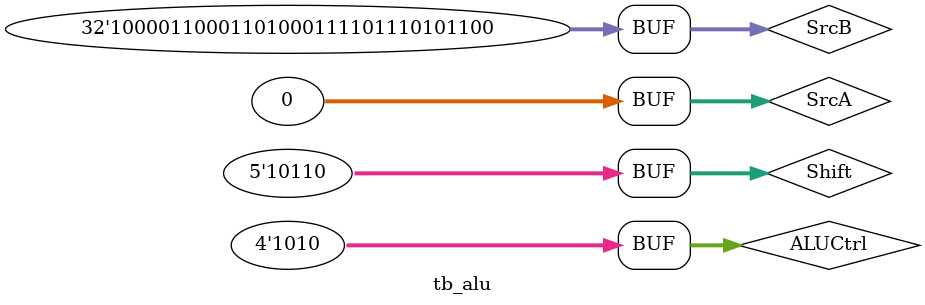
<source format=v>
`timescale 1ns / 1ps


module tb_alu;

	// Inputs
	reg [31:0] SrcA;
	reg [31:0] SrcB;
	reg [4:0] Shift;
	reg [3:0] ALUCtrl;

	// Outputs
	wire bigger;
	wire equal;
	wire smaller;
	wire [31:0] ALUResult;

	// Instantiate the Unit Under Test (UUT)
	ALU uut (
		.SrcA(SrcA), 
		.SrcB(SrcB), 
		.Shift(Shift), 
		.ALUCtrl(ALUCtrl), 
		.bigger(bigger), 
		.equal(equal), 
		.smaller(smaller), 
		.ALUResult(ALUResult)
	);

	initial begin
		// Initialize Inputs
		SrcA = 0;
		SrcB = 32'h86347bac;
		Shift = 22;
		ALUCtrl = 10;

		// Wait 100 ns for global reset to finish
		#100;
        
		// Add stimulus here

	end
      
endmodule


</source>
